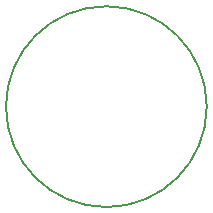
<source format=gbr>
G04 #@! TF.GenerationSoftware,KiCad,Pcbnew,(5.0.1)-4*
G04 #@! TF.CreationDate,2018-12-27T15:39:12-05:00*
G04 #@! TF.ProjectId,XHP70_LED_driver,58485037305F4C45445F647269766572,rev?*
G04 #@! TF.SameCoordinates,Original*
G04 #@! TF.FileFunction,Profile,NP*
%FSLAX46Y46*%
G04 Gerber Fmt 4.6, Leading zero omitted, Abs format (unit mm)*
G04 Created by KiCad (PCBNEW (5.0.1)-4) date 12/27/2018 3:39:12 PM*
%MOMM*%
%LPD*%
G01*
G04 APERTURE LIST*
%ADD10C,0.150000*%
G04 APERTURE END LIST*
D10*
X111200000Y-58300000D02*
G75*
G03X111200000Y-58300000I-8500000J0D01*
G01*
M02*

</source>
